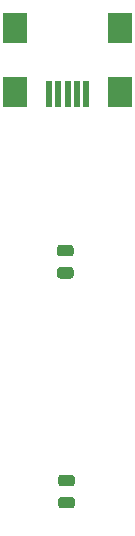
<source format=gtp>
G04 #@! TF.GenerationSoftware,KiCad,Pcbnew,5.1.6-1.fc31*
G04 #@! TF.CreationDate,2020-07-21T16:24:12+03:00*
G04 #@! TF.ProjectId,rudy,72756479-2e6b-4696-9361-645f70636258,rev?*
G04 #@! TF.SameCoordinates,Original*
G04 #@! TF.FileFunction,Paste,Top*
G04 #@! TF.FilePolarity,Positive*
%FSLAX46Y46*%
G04 Gerber Fmt 4.6, Leading zero omitted, Abs format (unit mm)*
G04 Created by KiCad (PCBNEW 5.1.6-1.fc31) date 2020-07-21 16:24:12*
%MOMM*%
%LPD*%
G01*
G04 APERTURE LIST*
%ADD10R,0.500000X2.300000*%
%ADD11R,2.000000X2.500000*%
G04 APERTURE END LIST*
D10*
X77800000Y-63506000D03*
X77000000Y-63506000D03*
X76200000Y-63506000D03*
X75400000Y-63506000D03*
X74600000Y-63506000D03*
D11*
X80650000Y-63406000D03*
X80650000Y-57906000D03*
X71750000Y-63406000D03*
X71750000Y-57906000D03*
G36*
G01*
X75543750Y-76312500D02*
X76456250Y-76312500D01*
G75*
G02*
X76700000Y-76556250I0J-243750D01*
G01*
X76700000Y-77043750D01*
G75*
G02*
X76456250Y-77287500I-243750J0D01*
G01*
X75543750Y-77287500D01*
G75*
G02*
X75300000Y-77043750I0J243750D01*
G01*
X75300000Y-76556250D01*
G75*
G02*
X75543750Y-76312500I243750J0D01*
G01*
G37*
G36*
G01*
X75543750Y-78187500D02*
X76456250Y-78187500D01*
G75*
G02*
X76700000Y-78431250I0J-243750D01*
G01*
X76700000Y-78918750D01*
G75*
G02*
X76456250Y-79162500I-243750J0D01*
G01*
X75543750Y-79162500D01*
G75*
G02*
X75300000Y-78918750I0J243750D01*
G01*
X75300000Y-78431250D01*
G75*
G02*
X75543750Y-78187500I243750J0D01*
G01*
G37*
G36*
G01*
X75643750Y-97650000D02*
X76556250Y-97650000D01*
G75*
G02*
X76800000Y-97893750I0J-243750D01*
G01*
X76800000Y-98381250D01*
G75*
G02*
X76556250Y-98625000I-243750J0D01*
G01*
X75643750Y-98625000D01*
G75*
G02*
X75400000Y-98381250I0J243750D01*
G01*
X75400000Y-97893750D01*
G75*
G02*
X75643750Y-97650000I243750J0D01*
G01*
G37*
G36*
G01*
X75643750Y-95775000D02*
X76556250Y-95775000D01*
G75*
G02*
X76800000Y-96018750I0J-243750D01*
G01*
X76800000Y-96506250D01*
G75*
G02*
X76556250Y-96750000I-243750J0D01*
G01*
X75643750Y-96750000D01*
G75*
G02*
X75400000Y-96506250I0J243750D01*
G01*
X75400000Y-96018750D01*
G75*
G02*
X75643750Y-95775000I243750J0D01*
G01*
G37*
M02*

</source>
